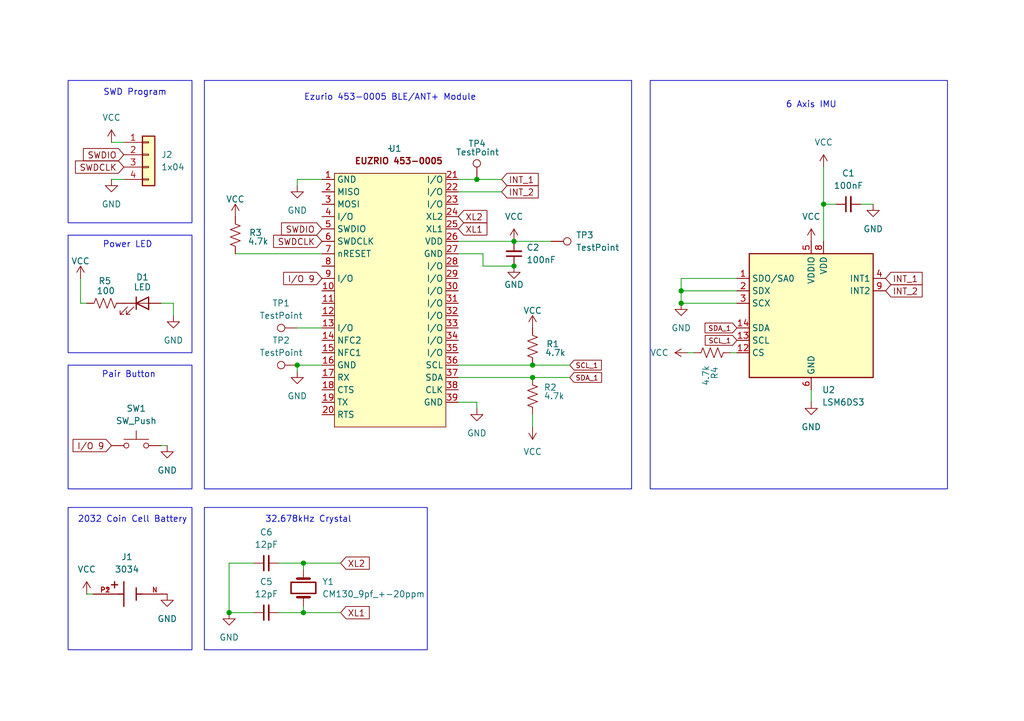
<source format=kicad_sch>
(kicad_sch (version 20231120) (generator "eeschema") (generator_version "8.0")
  (paper "A5")
  (title_block (title "Cycling Cadence Sensor") (date "2024-06-15") (rev "1.0"))
  (lib_symbols
    (symbol "3008:3008" (pin_names (offset 1.016))
      (property "Reference" "J" (at -3.81 3.81 0))
      (property "Value" "3008" (at -3.81 -5.08 0))
      (symbol "3008_0_0"
        (polyline (pts (xy -3.81 1.905) (xy -2.54 1.905)) (stroke (width 0.254)))
        (polyline (pts (xy -3.175 2.54) (xy -3.175 1.27)) (stroke (width 0.254)))
        (polyline (pts (xy -1.27 0) (xy -2.54 0)) (stroke (width 0.254)))
        (polyline (pts (xy -1.27 0) (xy -1.27 -2.54)) (stroke (width 0.254)))
        (polyline (pts (xy -1.27 2.54) (xy -1.27 0)) (stroke (width 0.254)))
        (polyline (pts (xy 1.27 0) (xy 1.27 -1.27)) (stroke (width 0.254)))
        (polyline (pts (xy 1.27 0) (xy 2.54 0)) (stroke (width 0.254)))
        (polyline (pts (xy 1.27 1.27) (xy 1.27 0)) (stroke (width 0.254)))
        (pin passive line (at 7.62 0 180) (length 5.08) (name "~") (number "N"))
        (pin passive line (at -7.62 0 0) (length 5.08) (name "~") (number "P1"))
        (pin passive line (at -7.62 0 0) (length 5.08) (name "~") (number "P2"))
      )
    )
    (symbol "32.678khz crystal:CM130_9pf_+-20ppm" (pin_numbers hide) (pin_names (offset 1.016) hide)
      (property "Reference" "Y" (at 0 3.81 0))
      (property "Value" "CM130_9pf_+-20ppm" (at 0 -3.81 0))
      (symbol "CM130_9pf_+-20ppm_0_1"
        (rectangle (start -1.143 2.54) (end 1.143 -2.54) (stroke (width 0.3048)))
        (polyline (pts (xy -2.54 0) (xy -1.905 0)))
        (polyline (pts (xy -1.905 -1.27) (xy -1.905 1.27)) (stroke (width 0.508)))
        (polyline (pts (xy 1.905 -1.27) (xy 1.905 1.27)) (stroke (width 0.508)))
        (polyline (pts (xy 2.54 0) (xy 1.905 0)))
      )
      (symbol "CM130_9pf_+-20ppm_1_1"
        (pin passive line (at -3.81 0 0) (length 1.27) (name "1") (number "1"))
        (pin passive line (at 3.81 0 180) (length 1.27) (name "2") (number "2"))
      )
    )
    (symbol "Connector:TestPoint" (pin_numbers hide) (pin_names (offset 0.762) hide)
      (property "Reference" "TP" (at 0 6.858 0))
      (property "Value" "TestPoint" (at 0 5.08 0))
      (symbol "TestPoint_0_1"
        (circle (center 0 3.302) (radius 0.762))
      )
      (symbol "TestPoint_1_1"
        (pin passive line (at 0 0 90) (length 2.54) (name "1") (number "1"))
      )
    )
    (symbol "Connector_Generic:Conn_01x04" (pin_names (offset 1.016) hide)
      (property "Reference" "J" (at 0 5.08 0))
      (property "Value" "Conn_01x04" (at 0 -7.62 0))
      (symbol "Conn_01x04_1_1"
        (rectangle (start -1.27 -4.953) (end 0 -5.207) (stroke (width 0.1524)))
        (rectangle (start -1.27 -2.413) (end 0 -2.667) (stroke (width 0.1524)))
        (rectangle (start -1.27 0.127) (end 0 -0.127) (stroke (width 0.1524)))
        (rectangle (start -1.27 2.667) (end 0 2.413) (stroke (width 0.1524)))
        (rectangle (start -1.27 3.81) (end 1.27 -6.35) (stroke (width 0.254)) (fill (type background)))
        (pin passive line (at -5.08 2.54 0) (length 3.81) (name "Pin_1") (number "1"))
        (pin passive line (at -5.08 0 0) (length 3.81) (name "Pin_2") (number "2"))
        (pin passive line (at -5.08 -2.54 0) (length 3.81) (name "Pin_3") (number "3"))
        (pin passive line (at -5.08 -5.08 0) (length 3.81) (name "Pin_4") (number "4"))
      )
    )
    (symbol "Custom Symbols:Euzrio_453-00005"
      (property "Reference" "U" (at 0 0.762 0))
      (symbol "Euzrio_453-00005_0_1"
        (rectangle (start -12.7 0) (end 10.16 -52.07) (fill (type background)))
      )
      (symbol "Euzrio_453-00005_1_1"
        (text "EUZRIO 453-0005" (at 0.508 2.54 0) (effects (font (size 1.27 1.27) (bold yes))))
        (pin input line (at -15.24 -1.27 0) (length 2.54) (name "GND") (number "1"))
        (pin bidirectional line (at -15.24 -24.13 0) (length 2.54) (name "") (number "10"))
        (pin bidirectional line (at -15.24 -26.67 0) (length 2.54) (name "") (number "11"))
        (pin bidirectional line (at -15.24 -29.21 0) (length 2.54) (name "") (number "12"))
        (pin bidirectional line (at -15.24 -31.75 0) (length 2.54) (name "I/O") (number "13"))
        (pin bidirectional line (at -15.24 -34.29 0) (length 2.54) (name "NFC2") (number "14"))
        (pin bidirectional line (at -15.24 -36.83 0) (length 2.54) (name "NFC1") (number "15"))
        (pin bidirectional line (at -15.24 -39.37 0) (length 2.54) (name "GND") (number "16"))
        (pin bidirectional line (at -15.24 -41.91 0) (length 2.54) (name "RX") (number "17"))
        (pin bidirectional line (at -15.24 -44.45 0) (length 2.54) (name "CTS") (number "18"))
        (pin bidirectional line (at -15.24 -46.99 0) (length 2.54) (name "TX") (number "19"))
        (pin bidirectional line (at -15.24 -3.81 0) (length 2.54) (name "MISO") (number "2"))
        (pin bidirectional line (at -15.24 -49.53 0) (length 2.54) (name "RTS") (number "20"))
        (pin bidirectional line (at 12.7 -1.27 180) (length 2.54) (name "I/O") (number "21"))
        (pin bidirectional line (at 12.7 -3.81 180) (length 2.54) (name "I/O") (number "22"))
        (pin bidirectional line (at 12.7 -6.35 180) (length 2.54) (name "I/O") (number "23"))
        (pin input line (at 12.7 -8.89 180) (length 2.54) (name "XL2") (number "24"))
        (pin input line (at 12.7 -11.43 180) (length 2.54) (name "XL1") (number "25"))
        (pin input line (at 12.7 -13.97 180) (length 2.54) (name "VDD") (number "26"))
        (pin input line (at 12.7 -16.51 180) (length 2.54) (name "GND") (number "27"))
        (pin bidirectional line (at 12.7 -19.05 180) (length 2.54) (name "I/O") (number "28"))
        (pin bidirectional line (at 12.7 -21.59 180) (length 2.54) (name "I/O") (number "29"))
        (pin bidirectional line (at -15.24 -6.35 0) (length 2.54) (name "MOSI") (number "3"))
        (pin bidirectional line (at 12.7 -24.13 180) (length 2.54) (name "I/O") (number "30"))
        (pin bidirectional line (at 12.7 -26.67 180) (length 2.54) (name "I/O") (number "31"))
        (pin bidirectional line (at 12.7 -29.21 180) (length 2.54) (name "I/O") (number "32"))
        (pin bidirectional line (at 12.7 -31.75 180) (length 2.54) (name "I/O") (number "33"))
        (pin bidirectional line (at 12.7 -34.29 180) (length 2.54) (name "I/O") (number "34"))
        (pin bidirectional line (at 12.7 -36.83 180) (length 2.54) (name "I/O") (number "35"))
        (pin input line (at 12.7 -39.37 180) (length 2.54) (name "SCL") (number "36"))
        (pin bidirectional line (at 12.7 -41.91 180) (length 2.54) (name "SDA") (number "37"))
        (pin input line (at 12.7 -44.45 180) (length 2.54) (name "CLK") (number "38"))
        (pin input line (at 12.7 -46.99 180) (length 2.54) (name "GND") (number "39"))
        (pin bidirectional line (at -15.24 -8.89 0) (length 2.54) (name "I/O") (number "4"))
        (pin bidirectional line (at -15.24 -11.43 0) (length 2.54) (name "SWDIO") (number "5"))
        (pin input line (at -15.24 -13.97 0) (length 2.54) (name "SWDCLK") (number "6"))
        (pin input line (at -15.24 -16.51 0) (length 2.54) (name "nRESET") (number "7"))
        (pin bidirectional line (at -15.24 -19.05 0) (length 2.54) (name "") (number "8"))
        (pin bidirectional line (at -15.24 -21.59 0) (length 2.54) (name "I/O") (number "9"))
      )
    )
    (symbol "Device:C_Small" (pin_numbers hide) (pin_names (offset 0.254) hide)
      (property "Reference" "C" (at 0.254 1.778 0))
      (property "Value" "C_Small" (at 0.254 -2.032 0))
      (symbol "C_Small_0_1"
        (polyline (pts (xy -1.524 -0.508) (xy 1.524 -0.508)) (stroke (width 0.3302)))
        (polyline (pts (xy -1.524 0.508) (xy 1.524 0.508)) (stroke (width 0.3048)))
      )
      (symbol "C_Small_1_1"
        (pin passive line (at 0 2.54 270) (length 2.032) (name "~") (number "1"))
        (pin passive line (at 0 -2.54 90) (length 2.032) (name "~") (number "2"))
      )
    )
    (symbol "Device:LED" (pin_numbers hide) (pin_names (offset 1.016) hide)
      (property "Reference" "D" (at 0 2.54 0))
      (property "Value" "LED" (at 0 -2.54 0))
      (symbol "LED_0_1"
        (polyline (pts (xy -1.27 -1.27) (xy -1.27 1.27)) (stroke (width 0.254)))
        (polyline (pts (xy -1.27 0) (xy 1.27 0)))
        (polyline (pts (xy 1.27 -1.27) (xy 1.27 1.27) (xy -1.27 0) (xy 1.27 -1.27)) (stroke (width 0.254)))
        (polyline (pts (xy -3.048 -0.762) (xy -4.572 -2.286) (xy -3.81 -2.286) (xy -4.572 -2.286) (xy -4.572 -1.524)))
        (polyline (pts (xy -1.778 -0.762) (xy -3.302 -2.286) (xy -2.54 -2.286) (xy -3.302 -2.286) (xy -3.302 -1.524)))
      )
      (symbol "LED_1_1"
        (pin passive line (at -3.81 0 0) (length 2.54) (name "K") (number "1"))
        (pin passive line (at 3.81 0 180) (length 2.54) (name "A") (number "2"))
      )
    )
    (symbol "Device:R_US" (pin_numbers hide) (pin_names (offset 0))
      (property "Reference" "R" (at 2.54 0 90))
      (property "Value" "R_US" (at -2.54 0 90))
      (symbol "R_US_0_1"
        (polyline (pts (xy 0 -2.286) (xy 0 -2.54)))
        (polyline (pts (xy 0 2.286) (xy 0 2.54)))
        (polyline (pts (xy 0 -0.762) (xy 1.016 -1.143) (xy 0 -1.524) (xy -1.016 -1.905) (xy 0 -2.286)))
        (polyline (pts (xy 0 0.762) (xy 1.016 0.381) (xy 0 0) (xy -1.016 -0.381) (xy 0 -0.762)))
        (polyline (pts (xy 0 2.286) (xy 1.016 1.905) (xy 0 1.524) (xy -1.016 1.143) (xy 0 0.762)))
      )
      (symbol "R_US_1_1"
        (pin passive line (at 0 3.81 270) (length 1.27) (name "~") (number "1"))
        (pin passive line (at 0 -3.81 90) (length 1.27) (name "~") (number "2"))
      )
    )
    (symbol "Sensor_Motion:LSM6DS3"
      (property "Reference" "U" (at -11.43 15.24 0))
      (property "Value" "LSM6DS3" (at -11.43 12.7 0))
      (symbol "LSM6DS3_0_1"
        (rectangle (start -12.7 12.7) (end 12.7 -12.7) (stroke (width 0.254)) (fill (type background)))
      )
      (symbol "LSM6DS3_1_1"
        (pin bidirectional line (at -15.24 7.62 0) (length 2.54) (name "SDO/SA0") (number "1"))
        (pin no_connect line (at 12.7 -5.08 180) (length 3.81) hide (name "NC") (number "10"))
        (pin no_connect line (at 12.7 -2.54 180) (length 3.81) hide (name "NC") (number "11"))
        (pin input line (at -15.24 -7.62 0) (length 2.54) (name "CS") (number "12"))
        (pin input line (at -15.24 -5.08 0) (length 2.54) (name "SCL") (number "13"))
        (pin bidirectional line (at -15.24 -2.54 0) (length 2.54) (name "SDA") (number "14"))
        (pin bidirectional line (at -15.24 5.08 0) (length 2.54) (name "SDX") (number "2"))
        (pin input line (at -15.24 2.54 0) (length 2.54) (name "SCX") (number "3"))
        (pin output line (at 15.24 7.62 180) (length 2.54) (name "INT1") (number "4"))
        (pin power_in line (at 0 15.24 270) (length 2.54) (name "VDDIO") (number "5"))
        (pin power_in line (at 0 -15.24 90) (length 2.54) (name "GND") (number "6"))
        (pin passive line (at 0 -15.24 90) (length 2.54) hide (name "GND") (number "7"))
        (pin power_in line (at 2.54 15.24 270) (length 2.54) (name "VDD") (number "8"))
        (pin output line (at 15.24 5.08 180) (length 2.54) (name "INT2") (number "9"))
      )
    )
    (symbol "Switch:SW_Push" (pin_numbers hide) (pin_names (offset 1.016) hide)
      (property "Reference" "SW" (at 1.27 2.54 0))
      (property "Value" "SW_Push" (at 0 -1.524 0))
      (symbol "SW_Push_0_1"
        (circle (center -2.032 0) (radius 0.508))
        (polyline (pts (xy 0 1.27) (xy 0 3.048)))
        (polyline (pts (xy 2.54 1.27) (xy -2.54 1.27)))
        (circle (center 2.032 0) (radius 0.508))
        (pin passive line (at -5.08 0 0) (length 2.54) (name "1") (number "1"))
        (pin passive line (at 5.08 0 180) (length 2.54) (name "2") (number "2"))
      )
    )
    (symbol "power:GND" (power) (pin_numbers hide) (pin_names (offset 0) hide)
      (property "Value" "GND" (at 0 -3.81 0))
      (symbol "GND_0_1"
        (polyline (pts (xy 0 0) (xy 0 -1.27) (xy 1.27 -1.27) (xy 0 -2.54) (xy -1.27 -1.27) (xy 0 -1.27)))
      )
      (symbol "GND_1_1"
        (pin power_in line (at 0 0 270) (length 0) (name "~") (number "1"))
      )
    )
    (symbol "power:VCC" (power) (pin_numbers hide) (pin_names (offset 0) hide)
      (property "Value" "VCC" (at 0 3.556 0))
      (symbol "VCC_0_1"
        (polyline (pts (xy -0.762 1.27) (xy 0 2.54)))
        (polyline (pts (xy 0 0) (xy 0 2.54)))
        (polyline (pts (xy 0 2.54) (xy 0.762 1.27)))
      )
      (symbol "VCC_1_1"
        (pin power_in line (at 0 0 90) (length 0) (name "~") (number "1"))
      )
    )
  )
  (junction (at 139.7 59.69))
  (junction (at 109.22 74.93))
  (junction (at 109.22 77.47))
  (junction (at 168.91 41.91))
  (junction (at 105.41 49.53))
  (junction (at 60.96 74.93))
  (junction (at 105.41 54.61))
  (junction (at 139.7 62.23))
  (junction (at 97.79 36.83))
  (junction (at 62.23 115.57))
  (junction (at 62.23 125.73))
  (junction (at 46.99 125.73))
  (wire (pts (xy 60.96 38.1) (xy 60.96 36.83)))
  (wire (pts (xy 35.56 62.23) (xy 33.02 62.23)))
  (wire (pts (xy 17.78 121.92) (xy 19.05 121.92)))
  (wire (pts (xy 16.51 62.23) (xy 16.51 57.15)))
  (wire (pts (xy 139.7 62.23) (xy 151.13 62.23)))
  (wire (pts (xy 168.91 41.91) (xy 168.91 49.53)))
  (wire (pts (xy 60.96 36.83) (xy 66.04 36.83)))
  (wire (pts (xy 35.56 62.23) (xy 35.56 64.77)))
  (wire (pts (xy 176.53 41.91) (xy 179.07 41.91)))
  (wire (pts (xy 62.23 125.73) (xy 69.85 125.73)))
  (wire (pts (xy 62.23 115.57) (xy 69.85 115.57)))
  (wire (pts (xy 60.96 74.93) (xy 60.96 76.2)))
  (wire (pts (xy 139.7 59.69) (xy 139.7 62.23)))
  (wire (pts (xy 97.79 82.55) (xy 93.98 82.55)))
  (wire (pts (xy 168.91 34.29) (xy 168.91 41.91)))
  (wire (pts (xy 62.23 115.57) (xy 62.23 116.84)))
  (wire (pts (xy 139.7 57.15) (xy 139.7 59.69)))
  (wire (pts (xy 171.45 41.91) (xy 168.91 41.91)))
  (wire (pts (xy 97.79 83.82) (xy 97.79 82.55)))
  (wire (pts (xy 140.97 72.39) (xy 142.24 72.39)))
  (wire (pts (xy 46.99 115.57) (xy 46.99 125.73)))
  (wire (pts (xy 52.07 115.57) (xy 46.99 115.57)))
  (wire (pts (xy 109.22 87.63) (xy 109.22 85.09)))
  (wire (pts (xy 93.98 49.53) (xy 105.41 49.53)))
  (wire (pts (xy 93.98 74.93) (xy 109.22 74.93)))
  (wire (pts (xy 166.37 82.55) (xy 166.37 80.01)))
  (wire (pts (xy 151.13 59.69) (xy 139.7 59.69)))
  (wire (pts (xy 57.15 115.57) (xy 62.23 115.57)))
  (wire (pts (xy 60.96 67.31) (xy 66.04 67.31)))
  (wire (pts (xy 99.06 54.61) (xy 105.41 54.61)))
  (wire (pts (xy 149.86 72.39) (xy 151.13 72.39)))
  (wire (pts (xy 93.98 52.07) (xy 99.06 52.07)))
  (wire (pts (xy 60.96 74.93) (xy 66.04 74.93)))
  (wire (pts (xy 22.86 36.83) (xy 25.4 36.83)))
  (wire (pts (xy 105.41 49.53) (xy 113.03 49.53)))
  (wire (pts (xy 33.02 91.44) (xy 34.29 91.44)))
  (wire (pts (xy 48.26 52.07) (xy 66.04 52.07)))
  (wire (pts (xy 22.86 29.21) (xy 25.4 29.21)))
  (wire (pts (xy 46.99 125.73) (xy 52.07 125.73)))
  (wire (pts (xy 62.23 125.73) (xy 57.15 125.73)))
  (wire (pts (xy 93.98 77.47) (xy 109.22 77.47)))
  (wire (pts (xy 109.22 77.47) (xy 116.84 77.47)))
  (wire (pts (xy 99.06 52.07) (xy 99.06 54.61)))
  (wire (pts (xy 102.87 36.83) (xy 97.79 36.83)))
  (wire (pts (xy 102.87 39.37) (xy 93.98 39.37)))
  (wire (pts (xy 97.79 36.83) (xy 93.98 36.83)))
  (wire (pts (xy 151.13 57.15) (xy 139.7 57.15)))
  (wire (pts (xy 16.51 62.23) (xy 17.78 62.23)))
  (wire (pts (xy 109.22 74.93) (xy 116.84 74.93)))
  (wire (pts (xy 62.23 124.46) (xy 62.23 125.73)))
  (rectangle (start 41.91 104.14) (end 87.63 133.35))
  (rectangle (start 133.35 16.51) (end 194.31 100.33))
  (rectangle (start 13.97 74.93) (end 39.37 100.33))
  (rectangle (start 13.97 104.14) (end 39.37 133.35))
  (rectangle (start 13.97 16.51) (end 39.37 45.72))
  (rectangle (start 13.97 48.26) (end 39.37 72.39))
  (rectangle (start 41.91 16.51) (end 129.54 100.33))
  (text "32.678kHz Crystal" (at 63.246 106.68 0) (effects (font (size 1.27 1.27))))
  (text "Power LED" (at 26.162 50.292 0) (effects (font (size 1.27 1.27))))
  (text "6 Axis IMU" (at 166.37 21.59 0) (effects (font (size 1.27 1.27))))
  (text "Ezurio 453-0005 BLE/ANT+ Module" (at 80.01 20.066 0) (effects (font (size 1.27 1.27))))
  (text "2032 Coin Cell Battery" (at 27.178 106.68 0) (effects (font (size 1.27 1.27))))
  (text "Pair Button" (at 26.416 76.962 0) (effects (font (size 1.27 1.27))))
  (text "SWD Program" (at 27.686 19.05 0) (effects (font (size 1.27 1.27))))
  (global_label "SWDIO" (shape input) (at 25.4 31.75 180) (property "Intersheetrefs" "${INTERSHEET_REFS}" (effects (hide yes))))
  (global_label "SDA_1" (shape input) (at 151.13 67.31 180) (effects (font (size 1.016 1.016))) (property "Intersheetrefs" "${INTERSHEET_REFS}" (effects (hide yes))))
  (global_label "INT_2" (shape input) (at 181.61 59.69 0) (property "Intersheetrefs" "${INTERSHEET_REFS}" (effects (hide yes))))
  (global_label "SWDCLK" (shape input) (at 25.4 34.29 180) (property "Intersheetrefs" "${INTERSHEET_REFS}" (effects (hide yes))))
  (global_label "SWDCLK" (shape input) (at 66.04 49.53 180) (property "Intersheetrefs" "${INTERSHEET_REFS}" (effects (hide yes))))
  (global_label "XL1" (shape input) (at 93.98 46.99 0) (property "Intersheetrefs" "${INTERSHEET_REFS}" (effects (hide yes))))
  (global_label "INT_2" (shape input) (at 102.87 39.37 0) (property "Intersheetrefs" "${INTERSHEET_REFS}" (effects (hide yes))))
  (global_label "SCL_1" (shape input) (at 116.84 74.93 0) (effects (font (size 1.016 1.016))) (property "Intersheetrefs" "${INTERSHEET_REFS}" (effects (hide yes))))
  (global_label "XL2" (shape input) (at 93.98 44.45 0) (property "Intersheetrefs" "${INTERSHEET_REFS}" (effects (hide yes))))
  (global_label "SCL_1" (shape input) (at 151.13 69.85 180) (effects (font (size 1.016 1.016))) (property "Intersheetrefs" "${INTERSHEET_REFS}" (effects (hide yes))))
  (global_label "XL2" (shape input) (at 69.85 115.57 0) (property "Intersheetrefs" "${INTERSHEET_REFS}" (effects (hide yes))))
  (global_label "INT_1" (shape input) (at 102.87 36.83 0) (property "Intersheetrefs" "${INTERSHEET_REFS}" (effects (hide yes))))
  (global_label "XL1" (shape input) (at 69.85 125.73 0) (property "Intersheetrefs" "${INTERSHEET_REFS}" (effects (hide yes))))
  (global_label "INT_1" (shape input) (at 181.61 57.15 0) (property "Intersheetrefs" "${INTERSHEET_REFS}" (effects (hide yes))))
  (global_label "SWDIO" (shape input) (at 66.04 46.99 180) (property "Intersheetrefs" "${INTERSHEET_REFS}" (effects (hide yes))))
  (global_label "I{slash}O 9" (shape input) (at 66.04 57.15 180) (property "Intersheetrefs" "${INTERSHEET_REFS}" (effects (hide yes))))
  (global_label "SDA_1" (shape input) (at 116.84 77.47 0) (effects (font (size 1.016 1.016))) (property "Intersheetrefs" "${INTERSHEET_REFS}" (effects (hide yes))))
  (global_label "I{slash}O 9" (shape input) (at 22.86 91.44 180) (property "Intersheetrefs" "${INTERSHEET_REFS}" (effects (hide yes))))
  (symbol (lib_id "power:GND") (at 105.41 54.61 0) (unit 1)
    (property "Reference" "#PWR015" (effects (hide yes)))
    (property "Value" "GND" (at 105.41 58.42 0))
    (property "Description" "Power symbol creates a global label with name \"GND\" , ground" (effects (hide yes)))
  )
  (symbol (lib_id "power:GND") (at 46.99 125.73 0) (unit 1)
    (property "Reference" "#PWR016" (effects (hide yes)))
    (property "Value" "GND" (at 46.99 130.81 0))
    (property "Description" "Power symbol creates a global label with name \"GND\" , ground" (effects (hide yes)))
  )
  (symbol (lib_id "Connector:TestPoint") (at 60.96 74.93 90) (unit 1)
    (property "Reference" "TP2" (at 57.658 69.85 90))
    (property "Value" "TestPoint" (at 57.658 72.39 90))
    (property "Footprint" "TestPoint:TestPoint_Pad_D1.0mm" (effects (hide yes)))
    (property "Description" "test point" (effects (hide yes)))
  )
  (symbol (lib_id "Connector:TestPoint") (at 60.96 67.31 90) (unit 1)
    (property "Reference" "TP1" (at 57.658 62.23 90))
    (property "Value" "TestPoint" (at 57.658 64.77 90))
    (property "Footprint" "TestPoint:TestPoint_Pad_D1.0mm" (effects (hide yes)))
    (property "Description" "test point" (effects (hide yes)))
  )
  (symbol (lib_id "power:GND") (at 60.96 38.1 0) (unit 1)
    (property "Reference" "#PWR03" (effects (hide yes)))
    (property "Value" "GND" (at 60.96 43.18 0))
    (property "Description" "Power symbol creates a global label with name \"GND\" , ground" (effects (hide yes)))
  )
  (symbol (lib_id "Connector_Generic:Conn_01x04") (at 30.48 31.75 0) (unit 1)
    (property "Reference" "J2" (at 33.02 31.7499 0) (effects (justify left)))
    (property "Value" "1x04" (at 33.02 34.2899 0) (effects (justify left)))
    (property "Footprint" "Connector_PinHeader_2.54mm:PinHeader_1x04_P2.54mm_Vertical" (effects (hide yes)))
    (property "Description" "Generic connector, single row, 01x04, script generated (kicad-library-utils/schlib/autogen/connector/)" (effects (hide yes)))
  )
  (symbol (lib_id "Device:R_US") (at 109.22 81.28 0) (unit 1)
    (property "Reference" "R2" (at 111.506 79.502 0) (effects (justify left)))
    (property "Value" "4.7k" (at 111.506 81.28 0) (effects (justify left)))
    (property "Footprint" "Resistor_SMD:R_0603_1608Metric" (effects (hide yes)))
    (property "Description" "Resistor, US symbol" (effects (hide yes)))
    (property "JLPCB #" " C23162" (effects (hide yes)))
  )
  (symbol (lib_id "Device:C_Small") (at 54.61 115.57 90) (unit 1)
    (property "Reference" "C6" (at 54.6163 109.22 90))
    (property "Value" "12pF" (at 54.6163 111.76 90))
    (property "Footprint" "Capacitor_SMD:C_0603_1608Metric" (effects (hide yes)))
    (property "Description" "Unpolarized capacitor, small symbol" (effects (hide yes)))
    (property "JLPCB #" " C38523" (effects (hide yes)))
  )
  (symbol (lib_id "power:GND") (at 166.37 82.55 0) (unit 1)
    (property "Reference" "#PWR01" (effects (hide yes)))
    (property "Value" "GND" (at 166.37 87.63 0))
    (property "Description" "Power symbol creates a global label with name \"GND\" , ground" (effects (hide yes)))
  )
  (symbol (lib_id "Device:R_US") (at 109.22 71.12 0) (unit 1)
    (property "Reference" "R1" (at 112.014 70.612 0) (effects (justify left)))
    (property "Value" "4.7k" (at 111.76 72.3899 0) (effects (justify left)))
    (property "Footprint" "Resistor_SMD:R_0603_1608Metric" (effects (hide yes)))
    (property "Description" "Resistor, US symbol" (effects (hide yes)))
    (property "JLPCB #" " C23162" (effects (hide yes)))
  )
  (symbol (lib_id "power:VCC") (at 16.51 57.15 0) (unit 1)
    (property "Reference" "#PWR022" (effects (hide yes)))
    (property "Value" "VCC" (at 16.51 53.594 0))
    (property "Description" "Power symbol creates a global label with name \"VCC\"" (effects (hide yes)))
  )
  (symbol (lib_id "power:VCC") (at 48.26 44.45 0) (unit 1)
    (property "Reference" "#PWR017" (effects (hide yes)))
    (property "Value" "VCC" (at 48.26 40.894 0))
    (property "Description" "Power symbol creates a global label with name \"VCC\"" (effects (hide yes)))
  )
  (symbol (lib_id "Connector:TestPoint") (at 113.03 49.53 270) (unit 1)
    (property "Reference" "TP3" (at 118.11 48.2599 90) (effects (justify left)))
    (property "Value" "TestPoint" (at 118.11 50.7999 90) (effects (justify left)))
    (property "Footprint" "TestPoint:TestPoint_Pad_D1.0mm" (effects (hide yes)))
    (property "Description" "test point" (effects (hide yes)))
  )
  (symbol (lib_id "Device:R_US") (at 48.26 48.26 0) (unit 1)
    (property "Reference" "R3" (at 51.054 47.752 0) (effects (justify left)))
    (property "Value" "4.7k" (at 50.8 49.5299 0) (effects (justify left)))
    (property "Footprint" "Resistor_SMD:R_0603_1608Metric" (effects (hide yes)))
    (property "Description" "Resistor, US symbol" (effects (hide yes)))
    (property "LCSC" " C23162" (effects (hide yes)))
    (property "JLPCB #" " C23162" (effects (hide yes)))
  )
  (symbol (lib_id "power:GND") (at 60.96 76.2 0) (unit 1)
    (property "Reference" "#PWR02" (effects (hide yes)))
    (property "Value" "GND" (at 60.96 81.28 0))
    (property "Description" "Power symbol creates a global label with name \"GND\" , ground" (effects (hide yes)))
  )
  (symbol (lib_id "3008:3008") (at 26.67 121.92 0) (unit 1)
    (property "Reference" "J1" (at 26.035 114.3 0))
    (property "Value" "3034" (at 26.035 116.84 0))
    (property "Footprint" "Coin_cell_batt:BAT_3034" (effects (hide yes)))
    (property "MF" "Keystone Electronics" (effects (hide yes)))
    (property "MAXIMUM_PACKAGE_HEIGHT" "5.84 mm" (effects (hide yes)))
    (property "Package" "NON STANDARD-2 Keystone" (effects (hide yes)))
    (property "Price" "None" (effects (hide yes)))
    (property "Check_prices" "https://www.snapeda.com/parts/3008/Keystone+Electronics/view-part/?ref=eda" (effects (hide yes)))
    (property "STANDARD" "Manufacturer Recommendations" (effects (hide yes)))
    (property "PARTREV" "G" (effects (hide yes)))
    (property "SnapEDA_Link" "https://www.snapeda.com/parts/3008/Keystone+Electronics/view-part/?ref=snap" (effects (hide yes)))
    (property "MP" "3008" (effects (hide yes)))
    (property "Purchase-URL" "https://www.snapeda.com/api/url_track_click_mouser/?unipart_id=2812875&manufacturer=Keystone Electronics&part_name=3008&search_term=None" (effects (hide yes)))
    (property "Description_1" "\nSMT Holder for 2450 Cell-Tin Nickel Plate\n" (effects (hide yes)))
    (property "MANUFACTURER" "Keystone" (effects (hide yes)))
    (property "Availability" "In Stock" (effects (hide yes)))
    (property "SNAPEDA_PN" "3008" (effects (hide yes)))
  )
  (symbol (lib_id "Device:R_US") (at 21.59 62.23 90) (unit 1)
    (property "Reference" "R5" (at 22.86 57.658 90) (effects (justify left)))
    (property "Value" "100" (at 23.622 59.69 90) (effects (justify left)))
    (property "Footprint" "Resistor_SMD:R_0603_1608Metric" (effects (hide yes)))
    (property "Description" "Resistor, US symbol" (effects (hide yes)))
    (property "JLPCB #" " C22775" (effects (hide yes)))
  )
  (symbol (lib_id "Connector:TestPoint") (at 97.79 36.83 0) (unit 1)
    (property "Reference" "TP4" (at 96.012 29.464 0) (effects (justify left)))
    (property "Value" "TestPoint" (at 93.472 31.242 0) (effects (justify left)))
    (property "Footprint" "TestPoint:TestPoint_Pad_D1.0mm" (effects (hide yes)))
    (property "Description" "test point" (effects (hide yes)))
  )
  (symbol (lib_id "power:GND") (at 35.56 64.77 0) (unit 1)
    (property "Reference" "#PWR021" (effects (hide yes)))
    (property "Value" "GND" (at 35.56 69.85 0))
    (property "Description" "Power symbol creates a global label with name \"GND\" , ground" (effects (hide yes)))
  )
  (symbol (lib_id "Device:C_Small") (at 54.61 125.73 90) (unit 1)
    (property "Reference" "C5" (at 54.6163 119.38 90))
    (property "Value" "12pF" (at 54.6163 121.92 90))
    (property "Footprint" "Capacitor_SMD:C_0603_1608Metric" (effects (hide yes)))
    (property "Description" "Unpolarized capacitor, small symbol" (effects (hide yes)))
    (property "JLPCB #" " C38523" (effects (hide yes)))
  )
  (symbol (lib_id "32.678khz crystal:CM130_9pf_+-20ppm") (at 62.23 120.65 90) (unit 1)
    (property "Reference" "Y1" (at 66.04 119.3799 90) (effects (justify right)))
    (property "Value" "CM130_9pf_+-20ppm" (at 66.04 121.9199 90) (effects (justify right)))
    (property "Footprint" "32.768khz crystal:CM130 32.768 DZCT" (effects (hide yes)))
    (property "Description" "CM130 32.768khz 9pf +-20ppm" (effects (hide yes)))
  )
  (symbol (lib_id "power:GND") (at 22.86 36.83 0) (unit 1)
    (property "Reference" "#PWR018" (effects (hide yes)))
    (property "Value" "GND" (at 22.86 41.91 0))
    (property "Description" "Power symbol creates a global label with name \"GND\" , ground" (effects (hide yes)))
  )
  (symbol (lib_id "Device:LED") (at 29.21 62.23 0) (unit 1)
    (property "Reference" "D1" (at 29.21 56.896 0))
    (property "Value" "LED" (at 29.21 58.928 0))
    (property "Footprint" "LED_SMD:LED_0603_1608Metric" (effects (hide yes)))
    (property "Description" "Light emitting diode" (effects (hide yes)))
    (property "JLPCB #" "C2286" (effects (hide yes)))
  )
  (symbol (lib_id "power:VCC") (at 109.22 67.31 0) (unit 1)
    (property "Reference" "#PWR014" (effects (hide yes)))
    (property "Value" "VCC" (at 109.22 63.754 0))
    (property "Description" "Power symbol creates a global label with name \"VCC\"" (effects (hide yes)))
  )
  (symbol (lib_id "power:VCC") (at 105.41 49.53 0) (unit 1)
    (property "Reference" "#PWR05" (effects (hide yes)))
    (property "Value" "VCC" (at 105.41 44.45 0))
    (property "Description" "Power symbol creates a global label with name \"VCC\"" (effects (hide yes)))
  )
  (symbol (lib_id "power:VCC") (at 22.86 29.21 0) (unit 1)
    (property "Reference" "#PWR019" (effects (hide yes)))
    (property "Value" "VCC" (at 22.86 24.13 0))
    (property "Description" "Power symbol creates a global label with name \"VCC\"" (effects (hide yes)))
  )
  (symbol (lib_id "Custom Symbols:Euzrio_453-00005") (at 81.28 35.56 0) (unit 1)
    (property "Reference" "U1" (at 81.026 30.48 0))
    (property "Value" "~" (at 80.01 30.48 0))
    (property "Footprint" "Custom Components:Euzrio 453-00005" (effects (hide yes)))
  )
  (symbol (lib_id "power:VCC") (at 140.97 72.39 90) (unit 1)
    (property "Reference" "#PWR06" (effects (hide yes)))
    (property "Value" "VCC" (at 137.16 72.3899 90) (effects (justify left)))
    (property "Description" "Power symbol creates a global label with name \"VCC\"" (effects (hide yes)))
  )
  (symbol (lib_id "power:VCC") (at 168.91 34.29 0) (unit 1)
    (property "Reference" "#PWR07" (effects (hide yes)))
    (property "Value" "VCC" (at 168.91 29.21 0))
    (property "Description" "Power symbol creates a global label with name \"VCC\"" (effects (hide yes)))
  )
  (symbol (lib_id "power:GND") (at 179.07 41.91 0) (unit 1)
    (property "Reference" "#PWR09" (effects (hide yes)))
    (property "Value" "GND" (at 179.07 46.99 0))
    (property "Description" "Power symbol creates a global label with name \"GND\" , ground" (effects (hide yes)))
  )
  (symbol (lib_id "power:VCC") (at 109.22 87.63 180) (unit 1)
    (property "Reference" "#PWR013" (effects (hide yes)))
    (property "Value" "VCC" (at 109.22 92.71 0))
    (property "Description" "Power symbol creates a global label with name \"VCC\"" (effects (hide yes)))
  )
  (symbol (lib_id "power:VCC") (at 166.37 49.53 0) (unit 1)
    (property "Reference" "#PWR08" (effects (hide yes)))
    (property "Value" "VCC" (at 166.37 44.45 0))
    (property "Description" "Power symbol creates a global label with name \"VCC\"" (effects (hide yes)))
  )
  (symbol (lib_id "Device:C_Small") (at 105.41 52.07 180) (unit 1)
    (property "Reference" "C2" (at 107.95 50.7935 0) (effects (justify right)))
    (property "Value" "100nF" (at 107.95 53.3335 0) (effects (justify right)))
    (property "Footprint" "Capacitor_SMD:C_0603_1608Metric" (effects (hide yes)))
    (property "Description" "Unpolarized capacitor, small symbol" (effects (hide yes)))
    (property "JLPCB #" " C14663" (effects (hide yes)))
  )
  (symbol (lib_id "Device:R_US") (at 146.05 72.39 270) (unit 1)
    (property "Reference" "R4" (at 146.558 75.184 0) (effects (justify left)))
    (property "Value" "4.7k" (at 144.7801 74.93 0) (effects (justify left)))
    (property "Footprint" "Resistor_SMD:R_0603_1608Metric" (effects (hide yes)))
    (property "Description" "Resistor, US symbol" (effects (hide yes)))
    (property "JLPCB #" " C23162" (effects (hide yes)))
  )
  (symbol (lib_id "Switch:SW_Push") (at 27.94 91.44 0) (unit 1)
    (property "Reference" "SW1" (at 27.94 83.82 0))
    (property "Value" "SW_Push" (at 27.94 86.36 0))
    (property "Footprint" "Button_Switch_SMD:SW_Push_1P1T_XKB_TS-1187A" (effects (hide yes)))
    (property "Description" "Push button switch, generic, two pins" (effects (hide yes)))
    (property "JLPCB #" " C318884" (effects (hide yes)))
  )
  (symbol (lib_id "power:GND") (at 139.7 62.23 0) (unit 1)
    (property "Reference" "#PWR010" (effects (hide yes)))
    (property "Value" "GND" (at 139.7 67.31 0))
    (property "Description" "Power symbol creates a global label with name \"GND\" , ground" (effects (hide yes)))
  )
  (symbol (lib_id "power:GND") (at 34.29 91.44 0) (unit 1)
    (property "Reference" "#PWR020" (effects (hide yes)))
    (property "Value" "GND" (at 34.29 96.52 0))
    (property "Description" "Power symbol creates a global label with name \"GND\" , ground" (effects (hide yes)))
  )
  (symbol (lib_id "Sensor_Motion:LSM6DS3") (at 166.37 64.77 0) (unit 1)
    (property "Reference" "U2" (at 168.5641 80.01 0) (effects (justify left)))
    (property "Value" "LSM6DS3" (at 168.5641 82.55 0) (effects (justify left)))
    (property "Footprint" "Package_LGA:LGA-14_3x2.5mm_P0.5mm_LayoutBorder3x4y" (effects (hide yes)))
    (property "Datasheet" "https://www.st.com/resource/en/datasheet/lsm6ds3tr-c.pdf" (effects (hide yes)))
    (property "Description" "I2C/SPI, iNEMO inertial module: always-on 3D accelerometer and 3D gyroscope" (effects (hide yes)))
    (property "JLPCB #" " C967633" (effects (hide yes)))
  )
  (symbol (lib_id "power:VCC") (at 17.78 121.92 0) (unit 1)
    (property "Reference" "#PWR012" (effects (hide yes)))
    (property "Value" "VCC" (at 17.78 116.84 0))
    (property "Description" "Power symbol creates a global label with name \"VCC\"" (effects (hide yes)))
  )
  (symbol (lib_id "power:GND") (at 34.29 121.92 0) (unit 1)
    (property "Reference" "#PWR011" (effects (hide yes)))
    (property "Value" "GND" (at 34.29 127 0))
    (property "Description" "Power symbol creates a global label with name \"GND\" , ground" (effects (hide yes)))
  )
  (symbol (lib_id "Device:C_Small") (at 173.99 41.91 90) (unit 1)
    (property "Reference" "C1" (at 173.9963 35.56 90))
    (property "Value" "100nF" (at 173.9963 38.1 90))
    (property "Footprint" "Capacitor_SMD:C_0603_1608Metric" (effects (hide yes)))
    (property "Description" "Unpolarized capacitor, small symbol" (effects (hide yes)))
    (property "JLPCB #" " C14663" (effects (hide yes)))
  )
  (symbol (lib_id "power:GND") (at 97.79 83.82 0) (unit 1)
    (property "Reference" "#PWR04" (effects (hide yes)))
    (property "Value" "GND" (at 97.79 88.9 0))
    (property "Description" "Power symbol creates a global label with name \"GND\" , ground" (effects (hide yes)))
  )
)
</source>
